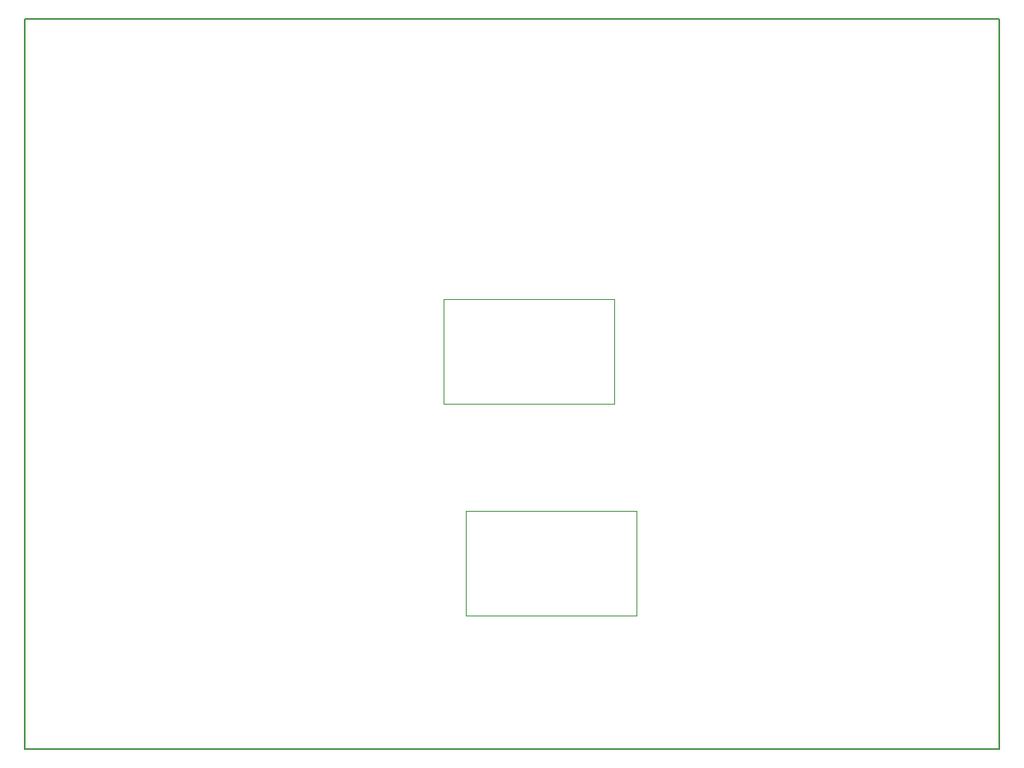
<source format=gbr>
%TF.GenerationSoftware,KiCad,Pcbnew,(5.1.10)-1*%
%TF.CreationDate,2022-06-02T12:59:50+08:00*%
%TF.ProjectId,motor_control,6d6f746f-725f-4636-9f6e-74726f6c2e6b,rev?*%
%TF.SameCoordinates,Original*%
%TF.FileFunction,Profile,NP*%
%FSLAX46Y46*%
G04 Gerber Fmt 4.6, Leading zero omitted, Abs format (unit mm)*
G04 Created by KiCad (PCBNEW (5.1.10)-1) date 2022-06-02 12:59:50*
%MOMM*%
%LPD*%
G01*
G04 APERTURE LIST*
%TA.AperFunction,Profile*%
%ADD10C,0.100000*%
%TD*%
%TA.AperFunction,Profile*%
%ADD11C,0.150000*%
%TD*%
G04 APERTURE END LIST*
D10*
X45250000Y24500000D02*
X62750000Y24500000D01*
X62750000Y24500000D02*
X62750000Y13750000D01*
X45250000Y13750000D02*
X45250000Y24500000D01*
X62750000Y13750000D02*
X45250000Y13750000D01*
X60500000Y46250000D02*
X60500000Y35500000D01*
X43000000Y46250000D02*
X60500000Y46250000D01*
X43000000Y35500000D02*
X43000000Y46250000D01*
X60500000Y35500000D02*
X43000000Y35500000D01*
D11*
X0Y0D02*
X0Y75000000D01*
X100000000Y0D02*
X0Y0D01*
X100000000Y75000000D02*
X100000000Y0D01*
X0Y75000000D02*
X100000000Y75000000D01*
M02*

</source>
